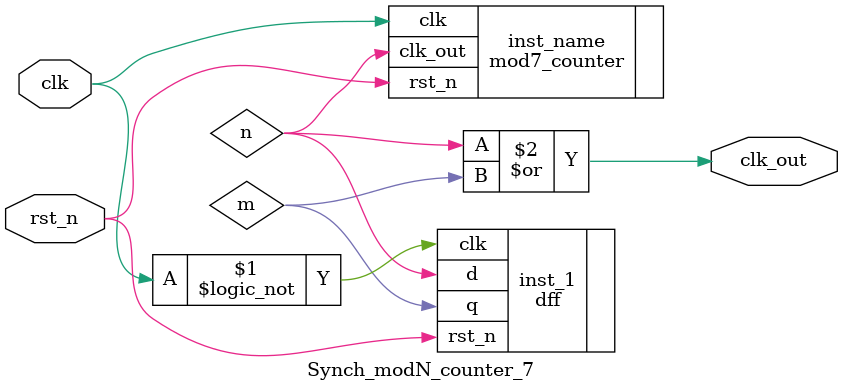
<source format=v>

module Synch_modN_counter_7(
input clk,
input rst_n,
output clk_out
); 

wire n,m; 
mod7_counter inst_name (.clk(clk), .rst_n(rst_n), .clk_out(n)); 
dff inst_1(.clk(!clk),.rst_n(rst_n),.d(n),.q(m)); 
assign clk_out = n|m; 


endmodule 
</source>
